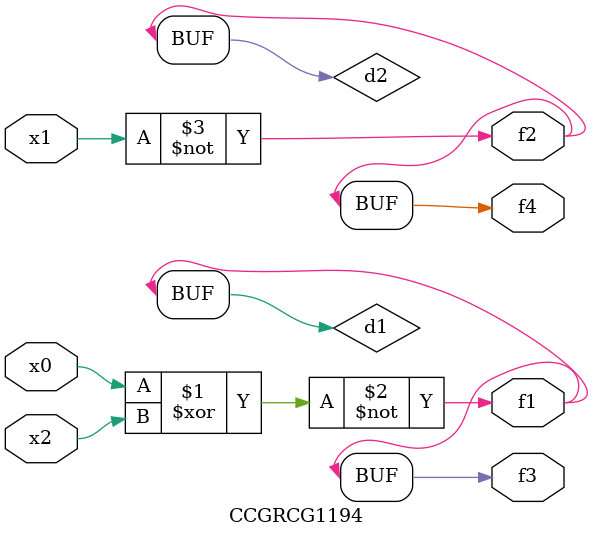
<source format=v>
module CCGRCG1194(
	input x0, x1, x2,
	output f1, f2, f3, f4
);

	wire d1, d2, d3;

	xnor (d1, x0, x2);
	nand (d2, x1);
	nor (d3, x1, x2);
	assign f1 = d1;
	assign f2 = d2;
	assign f3 = d1;
	assign f4 = d2;
endmodule

</source>
